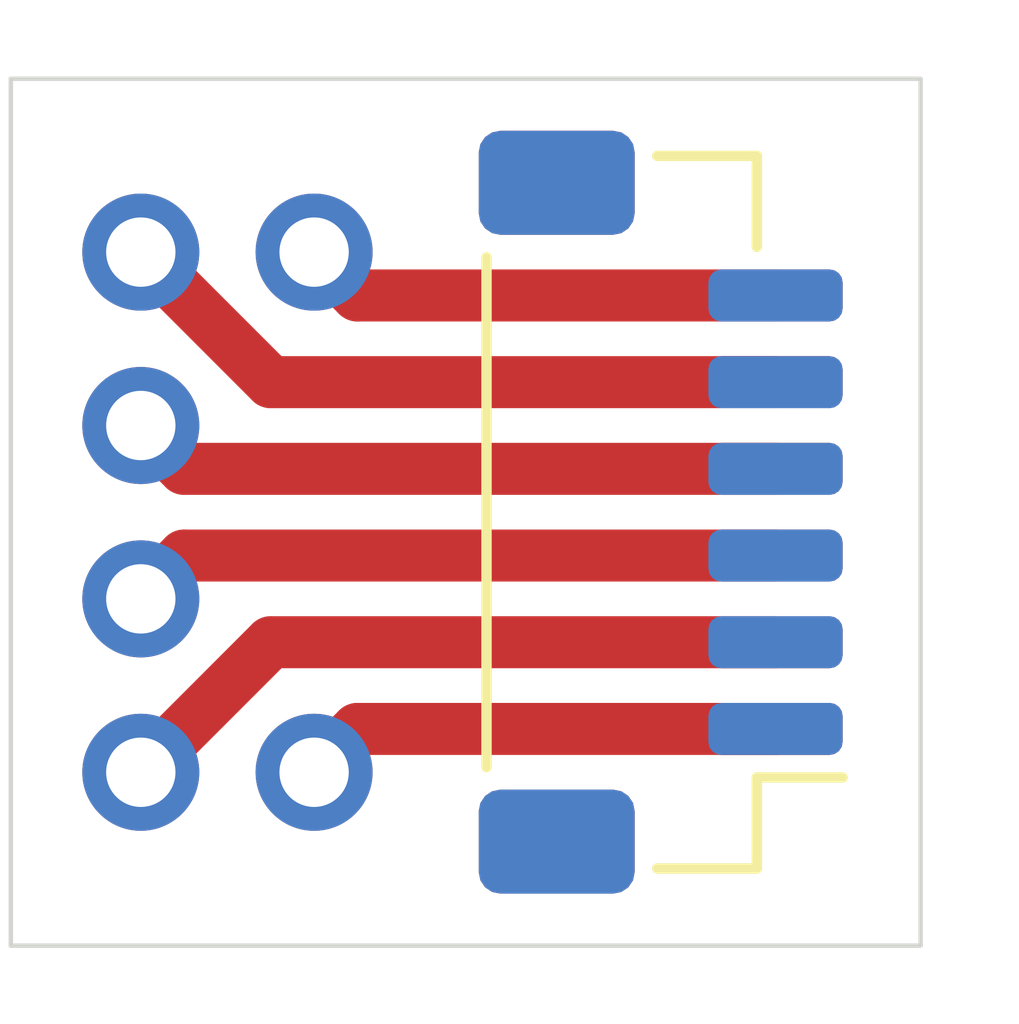
<source format=kicad_pcb>
(kicad_pcb (version 20171130) (host pcbnew "(5.1.2)-1")

  (general
    (thickness 1.6)
    (drawings 4)
    (tracks 12)
    (zones 0)
    (modules 4)
    (nets 7)
  )

  (page A4)
  (layers
    (0 F.Cu signal)
    (31 B.Cu signal)
    (32 B.Adhes user)
    (33 F.Adhes user)
    (34 B.Paste user)
    (35 F.Paste user)
    (36 B.SilkS user)
    (37 F.SilkS user)
    (38 B.Mask user)
    (39 F.Mask user)
    (40 Dwgs.User user)
    (41 Cmts.User user)
    (42 Eco1.User user)
    (43 Eco2.User user)
    (44 Edge.Cuts user)
    (45 Margin user)
    (46 B.CrtYd user)
    (47 F.CrtYd user)
    (48 B.Fab user)
    (49 F.Fab user)
  )

  (setup
    (last_trace_width 0.25)
    (user_trace_width 0.6)
    (trace_clearance 0.2)
    (zone_clearance 0.508)
    (zone_45_only no)
    (trace_min 0.2)
    (via_size 0.8)
    (via_drill 0.4)
    (via_min_size 0.4)
    (via_min_drill 0.3)
    (uvia_size 0.3)
    (uvia_drill 0.1)
    (uvias_allowed no)
    (uvia_min_size 0.2)
    (uvia_min_drill 0.1)
    (edge_width 0.05)
    (segment_width 0.2)
    (pcb_text_width 0.3)
    (pcb_text_size 1.5 1.5)
    (mod_edge_width 0.12)
    (mod_text_size 1 1)
    (mod_text_width 0.15)
    (pad_size 1.35 1.35)
    (pad_drill 0.8)
    (pad_to_mask_clearance 0.051)
    (solder_mask_min_width 0.25)
    (aux_axis_origin 146 75)
    (visible_elements FFFFFF7F)
    (pcbplotparams
      (layerselection 0x010fc_ffffffff)
      (usegerberextensions true)
      (usegerberattributes false)
      (usegerberadvancedattributes false)
      (creategerberjobfile false)
      (excludeedgelayer true)
      (linewidth 0.100000)
      (plotframeref false)
      (viasonmask false)
      (mode 1)
      (useauxorigin true)
      (hpglpennumber 1)
      (hpglpenspeed 20)
      (hpglpendiameter 15.000000)
      (psnegative false)
      (psa4output false)
      (plotreference true)
      (plotvalue true)
      (plotinvisibletext false)
      (padsonsilk false)
      (subtractmaskfromsilk true)
      (outputformat 1)
      (mirror false)
      (drillshape 0)
      (scaleselection 1)
      (outputdirectory "gerbers/"))
  )

  (net 0 "")
  (net 1 "Net-(J1-Pad1)")
  (net 2 "Net-(J1-Pad2)")
  (net 3 "Net-(J1-Pad3)")
  (net 4 "Net-(J1-Pad4)")
  (net 5 "Net-(J2-Pad1)")
  (net 6 "Net-(J3-Pad1)")

  (net_class Default "This is the default net class."
    (clearance 0.2)
    (trace_width 0.25)
    (via_dia 0.8)
    (via_drill 0.4)
    (uvia_dia 0.3)
    (uvia_drill 0.1)
    (add_net "Net-(J1-Pad1)")
    (add_net "Net-(J1-Pad2)")
    (add_net "Net-(J1-Pad3)")
    (add_net "Net-(J1-Pad4)")
    (add_net "Net-(J2-Pad1)")
    (add_net "Net-(J3-Pad1)")
  )

  (module Connector_PinHeader_2.00mm:PinHeader_1x04_P2.00mm_Vertical (layer F.Cu) (tedit 5CEB1C50) (tstamp 5CEB6A27)
    (at 137 83 180)
    (descr "Through hole straight pin header, 1x04, 2.00mm pitch, single row")
    (tags "Through hole pin header THT 1x04 2.00mm single row")
    (path /5CEB24A8)
    (fp_text reference J1 (at 0 -2.06 180) (layer F.SilkS) hide
      (effects (font (size 1 1) (thickness 0.15)))
    )
    (fp_text value USB (at 0 8.06 180) (layer F.Fab)
      (effects (font (size 1 1) (thickness 0.15)))
    )
    (fp_line (start -0.5 -1) (end 1 -1) (layer F.Fab) (width 0.1))
    (fp_line (start 1 -1) (end 1 7) (layer F.Fab) (width 0.1))
    (fp_line (start 1 7) (end -1 7) (layer F.Fab) (width 0.1))
    (fp_line (start -1 7) (end -1 -0.5) (layer F.Fab) (width 0.1))
    (fp_line (start -1 -0.5) (end -0.5 -1) (layer F.Fab) (width 0.1))
    (fp_line (start -1.5 -1.5) (end -1.5 7.5) (layer F.CrtYd) (width 0.05))
    (fp_line (start -1.5 7.5) (end 1.5 7.5) (layer F.CrtYd) (width 0.05))
    (fp_line (start 1.5 7.5) (end 1.5 -1.5) (layer F.CrtYd) (width 0.05))
    (fp_line (start 1.5 -1.5) (end -1.5 -1.5) (layer F.CrtYd) (width 0.05))
    (fp_text user %R (at 0 3) (layer F.Fab)
      (effects (font (size 1 1) (thickness 0.15)))
    )
    (pad 1 thru_hole circle (at 0 0 180) (size 1.35 1.35) (drill 0.8) (layers *.Cu *.Mask)
      (net 1 "Net-(J1-Pad1)"))
    (pad 2 thru_hole oval (at 0 2 180) (size 1.35 1.35) (drill 0.8) (layers *.Cu *.Mask)
      (net 2 "Net-(J1-Pad2)"))
    (pad 3 thru_hole oval (at 0 4 180) (size 1.35 1.35) (drill 0.8) (layers *.Cu *.Mask)
      (net 3 "Net-(J1-Pad3)"))
    (pad 4 thru_hole oval (at 0 6 180) (size 1.35 1.35) (drill 0.8) (layers *.Cu *.Mask)
      (net 4 "Net-(J1-Pad4)"))
    (model ${KISYS3DMOD}/Connector_PinHeader_2.00mm.3dshapes/PinHeader_1x04_P2.00mm_Vertical.wrl
      (at (xyz 0 0 0))
      (scale (xyz 1 1 1))
      (rotate (xyz 0 0 0))
    )
  )

  (module Connector_PinHeader_2.00mm:PinHeader_1x01_P2.00mm_Vertical (layer F.Cu) (tedit 5CEB1C65) (tstamp 5CEB6A3C)
    (at 139 83)
    (descr "Through hole straight pin header, 1x01, 2.00mm pitch, single row")
    (tags "Through hole pin header THT 1x01 2.00mm single row")
    (path /5CEB39D3)
    (fp_text reference J2 (at 0 -2.06) (layer F.SilkS) hide
      (effects (font (size 1 1) (thickness 0.15)))
    )
    (fp_text value 1 (at 0 2.06) (layer F.Fab)
      (effects (font (size 1 1) (thickness 0.15)))
    )
    (fp_line (start -0.5 -1) (end 1 -1) (layer F.Fab) (width 0.1))
    (fp_line (start 1 -1) (end 1 1) (layer F.Fab) (width 0.1))
    (fp_line (start 1 1) (end -1 1) (layer F.Fab) (width 0.1))
    (fp_line (start -1 1) (end -1 -0.5) (layer F.Fab) (width 0.1))
    (fp_line (start -1 -0.5) (end -0.5 -1) (layer F.Fab) (width 0.1))
    (fp_line (start -1.5 -1.5) (end -1.5 1.5) (layer F.CrtYd) (width 0.05))
    (fp_line (start -1.5 1.5) (end 1.5 1.5) (layer F.CrtYd) (width 0.05))
    (fp_line (start 1.5 1.5) (end 1.5 -1.5) (layer F.CrtYd) (width 0.05))
    (fp_line (start 1.5 -1.5) (end -1.5 -1.5) (layer F.CrtYd) (width 0.05))
    (fp_text user %R (at 0 0 90) (layer F.Fab)
      (effects (font (size 1 1) (thickness 0.15)))
    )
    (pad 1 thru_hole circle (at 0 0) (size 1.35 1.35) (drill 0.8) (layers *.Cu *.Mask)
      (net 5 "Net-(J2-Pad1)"))
    (model ${KISYS3DMOD}/Connector_PinHeader_2.00mm.3dshapes/PinHeader_1x01_P2.00mm_Vertical.wrl
      (at (xyz 0 0 0))
      (scale (xyz 1 1 1))
      (rotate (xyz 0 0 0))
    )
  )

  (module Connector_PinHeader_2.00mm:PinHeader_1x01_P2.00mm_Vertical (layer F.Cu) (tedit 5CEB1C6B) (tstamp 5CEB6A51)
    (at 139 77)
    (descr "Through hole straight pin header, 1x01, 2.00mm pitch, single row")
    (tags "Through hole pin header THT 1x01 2.00mm single row")
    (path /5CEB4355)
    (fp_text reference J3 (at 0 -2.06) (layer F.SilkS) hide
      (effects (font (size 1 1) (thickness 0.15)))
    )
    (fp_text value 1 (at 0 2.06) (layer F.Fab)
      (effects (font (size 1 1) (thickness 0.15)))
    )
    (fp_text user %R (at 0 0 90) (layer F.Fab)
      (effects (font (size 1 1) (thickness 0.15)))
    )
    (fp_line (start 1.5 -1.5) (end -1.5 -1.5) (layer F.CrtYd) (width 0.05))
    (fp_line (start 1.5 1.5) (end 1.5 -1.5) (layer F.CrtYd) (width 0.05))
    (fp_line (start -1.5 1.5) (end 1.5 1.5) (layer F.CrtYd) (width 0.05))
    (fp_line (start -1.5 -1.5) (end -1.5 1.5) (layer F.CrtYd) (width 0.05))
    (fp_line (start -1 -0.5) (end -0.5 -1) (layer F.Fab) (width 0.1))
    (fp_line (start -1 1) (end -1 -0.5) (layer F.Fab) (width 0.1))
    (fp_line (start 1 1) (end -1 1) (layer F.Fab) (width 0.1))
    (fp_line (start 1 -1) (end 1 1) (layer F.Fab) (width 0.1))
    (fp_line (start -0.5 -1) (end 1 -1) (layer F.Fab) (width 0.1))
    (pad 1 thru_hole circle (at 0 0) (size 1.35 1.35) (drill 0.8) (layers *.Cu *.Mask)
      (net 6 "Net-(J3-Pad1)"))
    (model ${KISYS3DMOD}/Connector_PinHeader_2.00mm.3dshapes/PinHeader_1x01_P2.00mm_Vertical.wrl
      (at (xyz 0 0 0))
      (scale (xyz 1 1 1))
      (rotate (xyz 0 0 0))
    )
  )

  (module Connector_JST:JST_SH_BM06B-SRSS-TB_1x06-1MP_P1.00mm_Vertical (layer F.Cu) (tedit 5CEB1B26) (tstamp 5CEB6A86)
    (at 143 80 90)
    (descr "JST SH series connector, BM06B-SRSS-TB (http://www.jst-mfg.com/product/pdf/eng/eSH.pdf), generated with kicad-footprint-generator")
    (tags "connector JST SH side entry")
    (path /5CEB1F5B)
    (attr smd)
    (fp_text reference J4 (at 0 -3.3 90) (layer F.SilkS) hide
      (effects (font (size 1 1) (thickness 0.15)))
    )
    (fp_text value CAM (at 0 3.3 90) (layer F.Fab)
      (effects (font (size 1 1) (thickness 0.15)))
    )
    (fp_line (start -4 1) (end 4 1) (layer F.Fab) (width 0.1))
    (fp_line (start -4.11 -0.04) (end -4.11 1.11) (layer F.SilkS) (width 0.12))
    (fp_line (start -4.11 1.11) (end -3.06 1.11) (layer F.SilkS) (width 0.12))
    (fp_line (start -3.06 1.11) (end -3.06 2.1) (layer F.SilkS) (width 0.12))
    (fp_line (start 4.11 -0.04) (end 4.11 1.11) (layer F.SilkS) (width 0.12))
    (fp_line (start 4.11 1.11) (end 3.06 1.11) (layer F.SilkS) (width 0.12))
    (fp_line (start -2.94 -2.01) (end 2.94 -2.01) (layer F.SilkS) (width 0.12))
    (fp_line (start -4 -1.9) (end 4 -1.9) (layer F.Fab) (width 0.1))
    (fp_line (start -4 1) (end -4 -1.9) (layer F.Fab) (width 0.1))
    (fp_line (start 4 1) (end 4 -1.9) (layer F.Fab) (width 0.1))
    (fp_line (start -2.65 -1.55) (end -2.65 -0.95) (layer F.Fab) (width 0.1))
    (fp_line (start -2.65 -0.95) (end -2.35 -0.95) (layer F.Fab) (width 0.1))
    (fp_line (start -2.35 -0.95) (end -2.35 -1.55) (layer F.Fab) (width 0.1))
    (fp_line (start -2.35 -1.55) (end -2.65 -1.55) (layer F.Fab) (width 0.1))
    (fp_line (start -1.65 -1.55) (end -1.65 -0.95) (layer F.Fab) (width 0.1))
    (fp_line (start -1.65 -0.95) (end -1.35 -0.95) (layer F.Fab) (width 0.1))
    (fp_line (start -1.35 -0.95) (end -1.35 -1.55) (layer F.Fab) (width 0.1))
    (fp_line (start -1.35 -1.55) (end -1.65 -1.55) (layer F.Fab) (width 0.1))
    (fp_line (start -0.65 -1.55) (end -0.65 -0.95) (layer F.Fab) (width 0.1))
    (fp_line (start -0.65 -0.95) (end -0.35 -0.95) (layer F.Fab) (width 0.1))
    (fp_line (start -0.35 -0.95) (end -0.35 -1.55) (layer F.Fab) (width 0.1))
    (fp_line (start -0.35 -1.55) (end -0.65 -1.55) (layer F.Fab) (width 0.1))
    (fp_line (start 0.35 -1.55) (end 0.35 -0.95) (layer F.Fab) (width 0.1))
    (fp_line (start 0.35 -0.95) (end 0.65 -0.95) (layer F.Fab) (width 0.1))
    (fp_line (start 0.65 -0.95) (end 0.65 -1.55) (layer F.Fab) (width 0.1))
    (fp_line (start 0.65 -1.55) (end 0.35 -1.55) (layer F.Fab) (width 0.1))
    (fp_line (start 1.35 -1.55) (end 1.35 -0.95) (layer F.Fab) (width 0.1))
    (fp_line (start 1.35 -0.95) (end 1.65 -0.95) (layer F.Fab) (width 0.1))
    (fp_line (start 1.65 -0.95) (end 1.65 -1.55) (layer F.Fab) (width 0.1))
    (fp_line (start 1.65 -1.55) (end 1.35 -1.55) (layer F.Fab) (width 0.1))
    (fp_line (start 2.35 -1.55) (end 2.35 -0.95) (layer F.Fab) (width 0.1))
    (fp_line (start 2.35 -0.95) (end 2.65 -0.95) (layer F.Fab) (width 0.1))
    (fp_line (start 2.65 -0.95) (end 2.65 -1.55) (layer F.Fab) (width 0.1))
    (fp_line (start 2.65 -1.55) (end 2.35 -1.55) (layer F.Fab) (width 0.1))
    (fp_line (start -4.9 -2.6) (end -4.9 2.6) (layer F.CrtYd) (width 0.05))
    (fp_line (start -4.9 2.6) (end 4.9 2.6) (layer F.CrtYd) (width 0.05))
    (fp_line (start 4.9 2.6) (end 4.9 -2.6) (layer F.CrtYd) (width 0.05))
    (fp_line (start 4.9 -2.6) (end -4.9 -2.6) (layer F.CrtYd) (width 0.05))
    (fp_line (start -3 1) (end -2.5 0.292893) (layer F.Fab) (width 0.1))
    (fp_line (start -2.5 0.292893) (end -2 1) (layer F.Fab) (width 0.1))
    (fp_text user %R (at 0 -0.25 90) (layer F.Fab)
      (effects (font (size 1 1) (thickness 0.15)))
    )
    (pad 1 smd roundrect (at -2.5 1.325 90) (size 0.6 1.55) (layers F.Cu F.Paste F.Mask) (roundrect_rratio 0.25)
      (net 5 "Net-(J2-Pad1)"))
    (pad 2 smd roundrect (at -1.5 1.325 90) (size 0.6 1.55) (layers F.Cu F.Paste F.Mask) (roundrect_rratio 0.25)
      (net 1 "Net-(J1-Pad1)"))
    (pad 3 smd roundrect (at -0.5 1.325 90) (size 0.6 1.55) (layers F.Cu F.Paste F.Mask) (roundrect_rratio 0.25)
      (net 2 "Net-(J1-Pad2)"))
    (pad 4 smd roundrect (at 0.5 1.325 90) (size 0.6 1.55) (layers F.Cu F.Paste F.Mask) (roundrect_rratio 0.25)
      (net 3 "Net-(J1-Pad3)"))
    (pad 5 smd roundrect (at 1.5 1.325 90) (size 0.6 1.55) (layers F.Cu F.Paste F.Mask) (roundrect_rratio 0.25)
      (net 4 "Net-(J1-Pad4)"))
    (pad 6 smd roundrect (at 2.5 1.325 90) (size 0.6 1.55) (layers F.Cu F.Paste F.Mask) (roundrect_rratio 0.25)
      (net 6 "Net-(J3-Pad1)"))
    (pad MP smd roundrect (at -3.8 -1.2 90) (size 1.2 1.8) (layers B.Cu B.Paste B.Mask) (roundrect_rratio 0.208))
    (pad MP smd roundrect (at 3.8 -1.2 90) (size 1.2 1.8) (layers B.Cu B.Paste B.Mask) (roundrect_rratio 0.208))
    (pad 1 smd roundrect (at -2.5 1.325 90) (size 0.6 1.55) (layers B.Cu B.Paste B.Mask) (roundrect_rratio 0.25)
      (net 5 "Net-(J2-Pad1)"))
    (pad 2 smd roundrect (at -1.5 1.325 90) (size 0.6 1.55) (layers B.Cu B.Paste B.Mask) (roundrect_rratio 0.25)
      (net 1 "Net-(J1-Pad1)"))
    (pad 3 smd roundrect (at -0.5 1.325 90) (size 0.6 1.55) (layers B.Cu B.Paste B.Mask) (roundrect_rratio 0.25)
      (net 2 "Net-(J1-Pad2)"))
    (pad 4 smd roundrect (at 0.5 1.325 90) (size 0.6 1.55) (layers B.Cu B.Paste B.Mask) (roundrect_rratio 0.25)
      (net 3 "Net-(J1-Pad3)"))
    (pad 5 smd roundrect (at 1.5 1.325 90) (size 0.6 1.55) (layers B.Cu B.Paste B.Mask) (roundrect_rratio 0.25)
      (net 4 "Net-(J1-Pad4)"))
    (pad 6 smd roundrect (at 2.5 1.325 90) (size 0.6 1.55) (layers B.Cu B.Paste B.Mask) (roundrect_rratio 0.25)
      (net 6 "Net-(J3-Pad1)"))
    (pad MP smd roundrect (at 3.8 -1.2 90) (size 1.2 1.8) (layers F.Cu F.Paste F.Mask) (roundrect_rratio 0.208))
    (pad MP smd roundrect (at -3.8 -1.2 90) (size 1.2 1.8) (layers F.Cu F.Paste F.Mask) (roundrect_rratio 0.208))
    (model ${KISYS3DMOD}/Connector_JST.3dshapes/JST_SH_BM06B-SRSS-TB_1x06-1MP_P1.00mm_Vertical.wrl
      (at (xyz 0 0 0))
      (scale (xyz 1 1 1))
      (rotate (xyz 0 0 0))
    )
  )

  (gr_line (start 135.5 85) (end 135.5 75) (layer Edge.Cuts) (width 0.05) (tstamp 5CEB7084))
  (gr_line (start 146 85) (end 135.5 85) (layer Edge.Cuts) (width 0.05))
  (gr_line (start 146 75) (end 146 85) (layer Edge.Cuts) (width 0.05))
  (gr_line (start 135.5 75) (end 146 75) (layer Edge.Cuts) (width 0.05))

  (segment (start 138.5 81.5) (end 144.325 81.5) (width 0.6) (layer F.Cu) (net 1))
  (segment (start 137 83) (end 138.5 81.5) (width 0.6) (layer F.Cu) (net 1))
  (segment (start 137.5 80.5) (end 137 81) (width 0.6) (layer F.Cu) (net 2))
  (segment (start 144.325 80.5) (end 137.5 80.5) (width 0.6) (layer F.Cu) (net 2))
  (segment (start 137.5 79.5) (end 137 79) (width 0.6) (layer F.Cu) (net 3))
  (segment (start 144.325 79.5) (end 137.5 79.5) (width 0.6) (layer F.Cu) (net 3))
  (segment (start 138.5 78.5) (end 144.325 78.5) (width 0.6) (layer F.Cu) (net 4))
  (segment (start 137 77) (end 138.5 78.5) (width 0.6) (layer F.Cu) (net 4))
  (segment (start 139.5 82.5) (end 139 83) (width 0.6) (layer F.Cu) (net 5))
  (segment (start 144.325 82.5) (end 139.5 82.5) (width 0.6) (layer F.Cu) (net 5))
  (segment (start 139.5 77.5) (end 139 77) (width 0.6) (layer F.Cu) (net 6))
  (segment (start 144.325 77.5) (end 139.5 77.5) (width 0.6) (layer F.Cu) (net 6))

)

</source>
